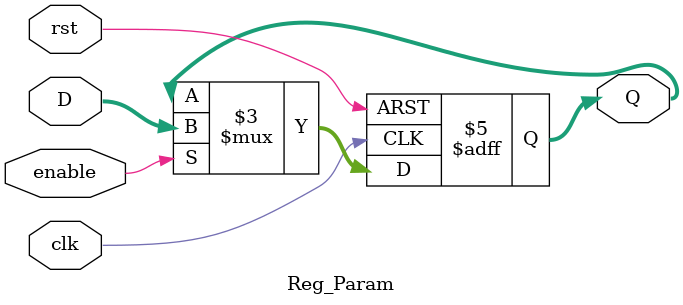
<source format=v>
`timescale 1ns / 1ps 
module Reg_Param  #(parameter width=4)(
    input rst,
    input [width-1:0]D,
    input clk,
    input enable,
    output reg [width-1:0]Q
    );
always @(posedge rst, posedge clk)
    begin
        if (rst)
            Q <= {width{1'b0}};
        else
            if (enable)
                Q <= D;
            else
                Q <= Q;    
    end    
endmodule

</source>
